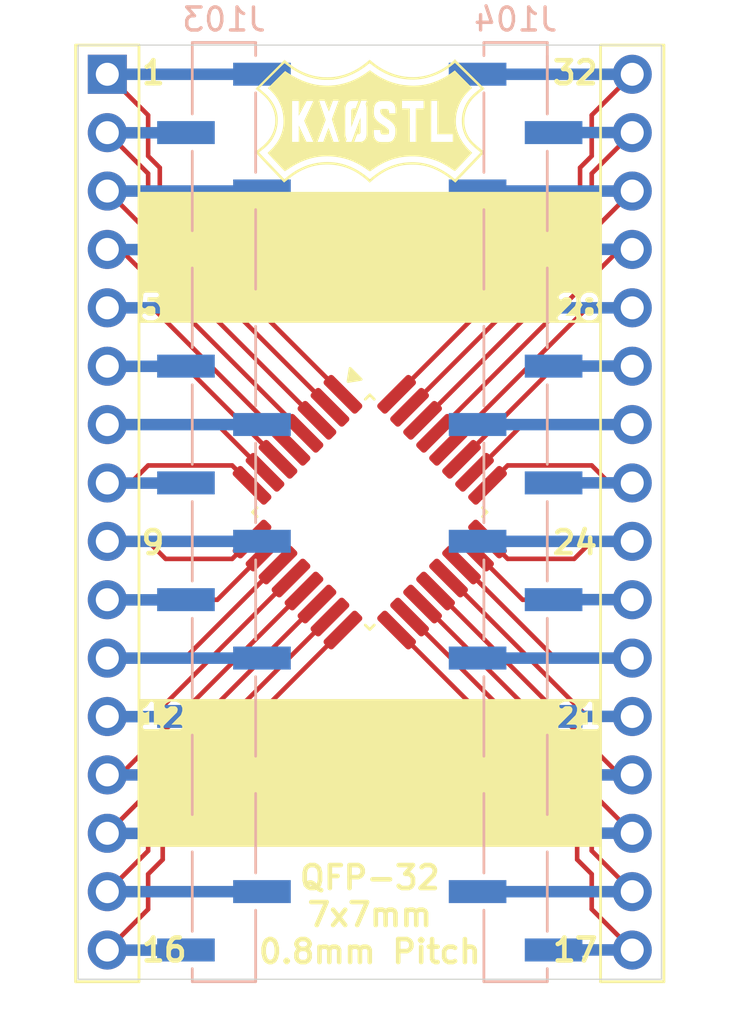
<source format=kicad_pcb>
(kicad_pcb (version 20241229) (generator "pcbnew") (generator_version "9.0")
  (layers (0 "F.Cu" signal) (2 "B.Cu" signal) (13 "F.Paste" user) (15 "B.Paste" user) (5 "F.SilkS" user "F.Silkscreen") (7 "B.SilkS" user "B.Silkscreen") (1 "F.Mask" user) (3 "B.Mask" user) (25 "Edge.Cuts" user))
  (net 0 "")
  (net 1 "/27")
  (net 2 "/10")
  (net 3 "/3")
  (net 4 "/6")
  (net 5 "/8")
  (net 6 "/1")
  (net 7 "/31")
  (net 8 "/7")
  (net 9 "/28")
  (net 10 "/2")
  (net 11 "/32")
  (net 12 "/24")
  (net 13 "/23")
  (net 14 "/19")
  (net 15 "/20")
  (net 16 "/18")
  (net 17 "/9")
  (net 18 "/14")
  (net 19 "/26")
  (net 20 "/21")
  (net 21 "/16")
  (net 22 "/29")
  (net 23 "/15")
  (net 24 "/25")
  (net 25 "/30")
  (net 26 "/17")
  (net 27 "/5")
  (net 28 "/4")
  (net 29 "/13")
  (net 30 "/12")
  (net 31 "/11")
  (net 32 "/22")
  (footprint "Package_QFP:TQFP-32_7x7mm_P0.8mm" (layer "F.Cu") (at 138.43 120.65 -45)
    (property "Reference" "U101" (hide yes))
    (property "Value" "QFN-48")
    (pad "1" smd roundrect (at -4.4525 -2.8 315) (size 2 0.55) (layers "F.Cu" "F.Mask" "F.Paste") (net 6 "/1"))
    (pad "2" smd roundrect (at -4.4525 -2.000001 315) (size 2 0.55) (layers "F.Cu" "F.Mask" "F.Paste") (net 10 "/2"))
    (pad "3" smd roundrect (at -4.4525 -1.2 315) (size 2 0.55) (layers "F.Cu" "F.Mask" "F.Paste") (net 3 "/3"))
    (pad "4" smd roundrect (at -4.4525 -0.4 315) (size 2 0.55) (layers "F.Cu" "F.Mask" "F.Paste") (net 28 "/4"))
    (pad "5" smd roundrect (at -4.4525 0.4 315) (size 2 0.55) (layers "F.Cu" "F.Mask" "F.Paste") (net 27 "/5"))
    (pad "6" smd roundrect (at -4.4525 1.2 315) (size 2 0.55) (layers "F.Cu" "F.Mask" "F.Paste") (net 4 "/6"))
    (pad "7" smd roundrect (at -4.4525 2.000001 315) (size 2 0.55) (layers "F.Cu" "F.Mask" "F.Paste") (net 8 "/7"))
    (pad "8" smd roundrect (at -4.4525 2.8 315) (size 2 0.55) (layers "F.Cu" "F.Mask" "F.Paste") (net 5 "/8"))
    (pad "9" smd roundrect (at -2.8 4.4525 315) (size 0.55 2) (layers "F.Cu" "F.Mask" "F.Paste") (net 17 "/9"))
    (pad "10" smd roundrect (at -2.000001 4.4525 315) (size 0.55 2) (layers "F.Cu" "F.Mask" "F.Paste") (net 2 "/10"))
    (pad "11" smd roundrect (at -1.2 4.4525 315) (size 0.55 2) (layers "F.Cu" "F.Mask" "F.Paste") (net 31 "/11"))
    (pad "12" smd roundrect (at -0.4 4.4525 315) (size 0.55 2) (layers "F.Cu" "F.Mask" "F.Paste") (net 30 "/12"))
    (pad "13" smd roundrect (at 0.4 4.4525 315) (size 0.55 2) (layers "F.Cu" "F.Mask" "F.Paste") (net 29 "/13"))
    (pad "14" smd roundrect (at 1.2 4.4525 315) (size 0.55 2) (layers "F.Cu" "F.Mask" "F.Paste") (net 18 "/14"))
    (pad "15" smd roundrect (at 2.000001 4.4525 315) (size 0.55 2) (layers "F.Cu" "F.Mask" "F.Paste") (net 23 "/15"))
    (pad "16" smd roundrect (at 2.8 4.4525 315) (size 0.55 2) (layers "F.Cu" "F.Mask" "F.Paste") (net 21 "/16"))
    (pad "17" smd roundrect (at 4.4525 2.8 315) (size 2 0.55) (layers "F.Cu" "F.Mask" "F.Paste") (net 26 "/17"))
    (pad "18" smd roundrect (at 4.4525 2.000001 315) (size 2 0.55) (layers "F.Cu" "F.Mask" "F.Paste") (net 16 "/18"))
    (pad "19" smd roundrect (at 4.4525 1.2 315) (size 2 0.55) (layers "F.Cu" "F.Mask" "F.Paste") (net 14 "/19"))
    (pad "20" smd roundrect (at 4.4525 0.4 315) (size 2 0.55) (layers "F.Cu" "F.Mask" "F.Paste") (net 15 "/20"))
    (pad "21" smd roundrect (at 4.4525 -0.4 315) (size 2 0.55) (layers "F.Cu" "F.Mask" "F.Paste") (net 20 "/21"))
    (pad "22" smd roundrect (at 4.4525 -1.2 315) (size 2 0.55) (layers "F.Cu" "F.Mask" "F.Paste") (net 32 "/22"))
    (pad "23" smd roundrect (at 4.4525 -2.000001 315) (size 2 0.55) (layers "F.Cu" "F.Mask" "F.Paste") (net 13 "/23"))
    (pad "24" smd roundrect (at 4.4525 -2.8 315) (size 2 0.55) (layers "F.Cu" "F.Mask" "F.Paste") (net 12 "/24"))
    (pad "25" smd roundrect (at 2.8 -4.4525 315) (size 0.55 2) (layers "F.Cu" "F.Mask" "F.Paste") (net 24 "/25"))
    (pad "26" smd roundrect (at 2.000001 -4.4525 315) (size 0.55 2) (layers "F.Cu" "F.Mask" "F.Paste") (net 19 "/26"))
    (pad "27" smd roundrect (at 1.2 -4.4525 315) (size 0.55 2) (layers "F.Cu" "F.Mask" "F.Paste") (net 1 "/27"))
    (pad "28" smd roundrect (at 0.4 -4.4525 315) (size 0.55 2) (layers "F.Cu" "F.Mask" "F.Paste") (net 9 "/28"))
    (pad "29" smd roundrect (at -0.4 -4.4525 315) (size 0.55 2) (layers "F.Cu" "F.Mask" "F.Paste") (net 22 "/29"))
    (pad "30" smd roundrect (at -1.2 -4.4525 315) (size 0.55 2) (layers "F.Cu" "F.Mask" "F.Paste") (net 25 "/30"))
    (pad "31" smd roundrect (at -2.000001 -4.4525 315) (size 0.55 2) (layers "F.Cu" "F.Mask" "F.Paste") (net 7 "/31"))
    (pad "32" smd roundrect (at -2.8 -4.4525 315) (size 0.55 2) (layers "F.Cu" "F.Mask" "F.Paste") (net 11 "/32"))
  )
  (footprint "Connector_PinHeader_2.54mm:PinHeader_1x16_P2.54mm_Vertical" (layer "F.Cu") (at 127 101.6)
    (property "Reference" "J101" (hide yes))
    (property "Value" "Conn_01x26")
    (pad "1" thru_hole rect (at 0 0) (size 1.7 1.7) (drill 1) (layers "*.Cu" "*.Mask") (net 6 "/1"))
    (pad "2" thru_hole circle (at 0 2.54) (size 1.7 1.7) (drill 1) (layers "*.Cu" "*.Mask") (net 10 "/2"))
    (pad "3" thru_hole circle (at 0 5.08) (size 1.7 1.7) (drill 1) (layers "*.Cu" "*.Mask") (net 3 "/3"))
    (pad "4" thru_hole circle (at 0 7.62) (size 1.7 1.7) (drill 1) (layers "*.Cu" "*.Mask") (net 28 "/4"))
    (pad "5" thru_hole circle (at 0 10.16) (size 1.7 1.7) (drill 1) (layers "*.Cu" "*.Mask") (net 27 "/5"))
    (pad "6" thru_hole circle (at 0 12.7) (size 1.7 1.7) (drill 1) (layers "*.Cu" "*.Mask") (net 4 "/6"))
    (pad "7" thru_hole circle (at 0 15.24) (size 1.7 1.7) (drill 1) (layers "*.Cu" "*.Mask") (net 8 "/7"))
    (pad "8" thru_hole circle (at 0 17.78) (size 1.7 1.7) (drill 1) (layers "*.Cu" "*.Mask") (net 5 "/8"))
    (pad "9" thru_hole circle (at 0 20.32) (size 1.7 1.7) (drill 1) (layers "*.Cu" "*.Mask") (net 17 "/9"))
    (pad "10" thru_hole circle (at 0 22.86) (size 1.7 1.7) (drill 1) (layers "*.Cu" "*.Mask") (net 2 "/10"))
    (pad "11" thru_hole circle (at 0 25.4) (size 1.7 1.7) (drill 1) (layers "*.Cu" "*.Mask") (net 31 "/11"))
    (pad "12" thru_hole circle (at 0 27.94) (size 1.7 1.7) (drill 1) (layers "*.Cu" "*.Mask") (net 30 "/12"))
    (pad "13" thru_hole circle (at 0 30.48) (size 1.7 1.7) (drill 1) (layers "*.Cu" "*.Mask") (net 29 "/13"))
    (pad "14" thru_hole circle (at 0 33.02) (size 1.7 1.7) (drill 1) (layers "*.Cu" "*.Mask") (net 18 "/14"))
    (pad "15" thru_hole circle (at 0 35.56) (size 1.7 1.7) (drill 1) (layers "*.Cu" "*.Mask") (net 23 "/15"))
    (pad "16" thru_hole circle (at 0 38.1) (size 1.7 1.7) (drill 1) (layers "*.Cu" "*.Mask") (net 21 "/16"))
  )
  (footprint "libraries:Logo_10mm_inv" (layer "F.Cu") (at 138.43 103.632)
    (property "Reference" "G***" (hide yes))
    (property "Value" "LOGO" (hide yes))
  )
  (footprint "Connector_PinHeader_2.54mm:PinHeader_1x16_P2.54mm_Vertical" (layer "F.Cu") (at 149.86 101.6)
    (property "Reference" "J102" (hide yes))
    (property "Value" "Conn_01x26")
    (pad "1" thru_hole circle (at 0 0) (size 1.7 1.7) (drill 1) (layers "*.Cu" "*.Mask") (net 11 "/32"))
    (pad "2" thru_hole circle (at 0 2.54) (size 1.7 1.7) (drill 1) (layers "*.Cu" "*.Mask") (net 7 "/31"))
    (pad "3" thru_hole circle (at 0 5.08) (size 1.7 1.7) (drill 1) (layers "*.Cu" "*.Mask") (net 25 "/30"))
    (pad "4" thru_hole circle (at 0 7.62) (size 1.7 1.7) (drill 1) (layers "*.Cu" "*.Mask") (net 22 "/29"))
    (pad "5" thru_hole circle (at 0 10.16) (size 1.7 1.7) (drill 1) (layers "*.Cu" "*.Mask") (net 9 "/28"))
    (pad "6" thru_hole circle (at 0 12.7) (size 1.7 1.7) (drill 1) (layers "*.Cu" "*.Mask") (net 1 "/27"))
    (pad "7" thru_hole circle (at 0 15.24) (size 1.7 1.7) (drill 1) (layers "*.Cu" "*.Mask") (net 19 "/26"))
    (pad "8" thru_hole circle (at 0 17.78) (size 1.7 1.7) (drill 1) (layers "*.Cu" "*.Mask") (net 24 "/25"))
    (pad "9" thru_hole circle (at 0 20.32) (size 1.7 1.7) (drill 1) (layers "*.Cu" "*.Mask") (net 12 "/24"))
    (pad "10" thru_hole circle (at 0 22.86) (size 1.7 1.7) (drill 1) (layers "*.Cu" "*.Mask") (net 13 "/23"))
    (pad "11" thru_hole circle (at 0 25.4) (size 1.7 1.7) (drill 1) (layers "*.Cu" "*.Mask") (net 32 "/22"))
    (pad "12" thru_hole circle (at 0 27.94) (size 1.7 1.7) (drill 1) (layers "*.Cu" "*.Mask") (net 20 "/21"))
    (pad "13" thru_hole circle (at 0 30.48) (size 1.7 1.7) (drill 1) (layers "*.Cu" "*.Mask") (net 15 "/20"))
    (pad "14" thru_hole circle (at 0 33.02) (size 1.7 1.7) (drill 1) (layers "*.Cu" "*.Mask") (net 14 "/19"))
    (pad "15" thru_hole circle (at 0 35.56) (size 1.7 1.7) (drill 1) (layers "*.Cu" "*.Mask") (net 16 "/18"))
    (pad "16" thru_hole circle (at 0 38.1) (size 1.7 1.7) (drill 1) (layers "*.Cu" "*.Mask") (net 26 "/17"))
  )
  (footprint "Connector_PinHeader_2.54mm:PinHeader_1x16_P2.54mm_Vertical_SMD_Pin1Left" (layer "B.Cu") (at 132.08 120.646642 180)
    (property "Reference" "J103" (at 0 21.43 0) (layer "B.SilkS") (effects (justify mirror)))
    (property "Value" "Conn_01x26")
    (pad "1" smd rect (at -1.655 19.05 180) (size 2.51 1) (layers "B.Cu" "B.Mask" "B.Paste") (net 6 "/1"))
    (pad "2" smd rect (at 1.655 16.51 180) (size 2.51 1) (layers "B.Cu" "B.Mask" "B.Paste") (net 10 "/2"))
    (pad "3" smd rect (at -1.655 13.97 180) (size 2.51 1) (layers "B.Cu" "B.Mask" "B.Paste") (net 3 "/3"))
    (pad "4" smd rect (at 1.655 11.43 180) (size 2.51 1) (layers "B.Cu" "B.Mask" "B.Paste") (net 28 "/4"))
    (pad "5" smd rect (at -1.655 8.89 180) (size 2.51 1) (layers "B.Cu" "B.Mask" "B.Paste") (net 27 "/5"))
    (pad "6" smd rect (at 1.655 6.35 180) (size 2.51 1) (layers "B.Cu" "B.Mask" "B.Paste") (net 4 "/6"))
    (pad "7" smd rect (at -1.655 3.81 180) (size 2.51 1) (layers "B.Cu" "B.Mask" "B.Paste") (net 8 "/7"))
    (pad "8" smd rect (at 1.655 1.27 180) (size 2.51 1) (layers "B.Cu" "B.Mask" "B.Paste") (net 5 "/8"))
    (pad "9" smd rect (at -1.655 -1.27 180) (size 2.51 1) (layers "B.Cu" "B.Mask" "B.Paste") (net 17 "/9"))
    (pad "10" smd rect (at 1.655 -3.81 180) (size 2.51 1) (layers "B.Cu" "B.Mask" "B.Paste") (net 2 "/10"))
    (pad "11" smd rect (at -1.655 -6.35 180) (size 2.51 1) (layers "B.Cu" "B.Mask" "B.Paste") (net 31 "/11"))
    (pad "12" smd rect (at 1.655 -8.89 180) (size 2.51 1) (layers "B.Cu" "B.Mask" "B.Paste") (net 30 "/12"))
    (pad "13" smd rect (at -1.655 -11.43 180) (size 2.51 1) (layers "B.Cu" "B.Mask" "B.Paste") (net 29 "/13"))
    (pad "14" smd rect (at 1.655 -13.97 180) (size 2.51 1) (layers "B.Cu" "B.Mask" "B.Paste") (net 18 "/14"))
    (pad "15" smd rect (at -1.655 -16.51 180) (size 2.51 1) (layers "B.Cu" "B.Mask" "B.Paste") (net 23 "/15"))
    (pad "16" smd rect (at 1.655 -19.05 180) (size 2.51 1) (layers "B.Cu" "B.Mask" "B.Paste") (net 21 "/16"))
  )
  (footprint "Connector_PinHeader_2.54mm:PinHeader_1x16_P2.54mm_Vertical_SMD_Pin1Right" (layer "B.Cu") (at 144.78 120.646642 180)
    (property "Reference" "J104" (at 0 21.43 0) (layer "B.SilkS") (effects (justify mirror)))
    (property "Value" "Conn_01x26")
    (pad "1" smd rect (at 1.655 19.05 180) (size 2.51 1) (layers "B.Cu" "B.Mask" "B.Paste") (net 11 "/32"))
    (pad "2" smd rect (at -1.655 16.51 180) (size 2.51 1) (layers "B.Cu" "B.Mask" "B.Paste") (net 7 "/31"))
    (pad "3" smd rect (at 1.655 13.97 180) (size 2.51 1) (layers "B.Cu" "B.Mask" "B.Paste") (net 25 "/30"))
    (pad "4" smd rect (at -1.655 11.43 180) (size 2.51 1) (layers "B.Cu" "B.Mask" "B.Paste") (net 22 "/29"))
    (pad "5" smd rect (at 1.655 8.89 180) (size 2.51 1) (layers "B.Cu" "B.Mask" "B.Paste") (net 9 "/28"))
    (pad "6" smd rect (at -1.655 6.35 180) (size 2.51 1) (layers "B.Cu" "B.Mask" "B.Paste") (net 1 "/27"))
    (pad "7" smd rect (at 1.655 3.81 180) (size 2.51 1) (layers "B.Cu" "B.Mask" "B.Paste") (net 19 "/26"))
    (pad "8" smd rect (at -1.655 1.27 180) (size 2.51 1) (layers "B.Cu" "B.Mask" "B.Paste") (net 24 "/25"))
    (pad "9" smd rect (at 1.655 -1.27 180) (size 2.51 1) (layers "B.Cu" "B.Mask" "B.Paste") (net 12 "/24"))
    (pad "10" smd rect (at -1.655 -3.81 180) (size 2.51 1) (layers "B.Cu" "B.Mask" "B.Paste") (net 13 "/23"))
    (pad "11" smd rect (at 1.655 -6.35 180) (size 2.51 1) (layers "B.Cu" "B.Mask" "B.Paste") (net 32 "/22"))
    (pad "12" smd rect (at -1.655 -8.89 180) (size 2.51 1) (layers "B.Cu" "B.Mask" "B.Paste") (net 20 "/21"))
    (pad "13" smd rect (at 1.655 -11.43 180) (size 2.51 1) (layers "B.Cu" "B.Mask" "B.Paste") (net 15 "/20"))
    (pad "14" smd rect (at -1.655 -13.97 180) (size 2.51 1) (layers "B.Cu" "B.Mask" "B.Paste") (net 14 "/19"))
    (pad "15" smd rect (at 1.655 -16.51 180) (size 2.51 1) (layers "B.Cu" "B.Mask" "B.Paste") (net 16 "/18"))
    (pad "16" smd rect (at -1.655 -19.05 180) (size 2.51 1) (layers "B.Cu" "B.Mask" "B.Paste") (net 26 "/17"))
  )
  (gr_rect (start 129.377 108.1456) (end 146.493 112.36) (stroke (width 0.1)) (fill yes) (layer "F.SilkS"))
  (gr_rect (start 130.382 128.832239) (end 146.551382 130.5687) (stroke (width 0.1)) (fill yes) (layer "F.SilkS"))
  (gr_rect (start 128.374 130.2) (end 148.43 134.271) (stroke (width 0.1)) (fill yes) (layer "F.SilkS"))
  (gr_rect (start 128.374 130.581) (end 148.44 135.161) (stroke (width 0.1)) (fill yes) (layer "F.SilkS"))
  (gr_rect (start 128.40935 106.767) (end 148.47535 111.038) (stroke (width 0.1)) (fill yes) (layer "F.SilkS"))
  (gr_rect (start 125.73 100.33) (end 151.13 140.97) (stroke (width 0.05)) (fill no) (layer "Edge.Cuts"))
  (gr_text "24" (at 148.446 121.976642 0) (layer "F.SilkS") (effects (font (size 1 1) (thickness 0.2) (bold yes)) (justify right)))
  (gr_text "32" (at 148.463 101.536375 0) (layer "F.SilkS") (effects (font (size 1 1) (thickness 0.2) (bold yes)) (justify right)))
  (gr_text "21" (at 148.63 129.54 0) (layer "F.SilkS" knockout) (effects (font (size 1 1) (thickness 0.2) (bold yes)) (justify right)))
  (gr_text "17" (at 148.463 139.7 0) (layer "F.SilkS") (effects (font (size 1 1) (thickness 0.2) (bold yes)) (justify right)))
  (gr_text "28" (at 148.6 111.75 0) (layer "F.SilkS" knockout) (effects (font (size 1 1) (thickness 0.2) (bold yes)) (justify right)))
  (gr_text "QFP-32\n7x7mm\n0.8mm Pitch" (at 138.43 140.354569 0) (layer "F.SilkS") (effects (font (size 1 1) (thickness 0.2) (bold yes)) (justify bottom)))
  (gr_text "12" (at 128.32 129.54 0) (layer "F.SilkS" knockout) (effects (font (size 1 1) (thickness 0.2) (bold yes)) (justify left)))
  (gr_text "5" (at 128.3 111.75 0) (layer "F.SilkS" knockout) (effects (font (size 1 1) (thickness 0.2) (bold yes)) (justify left)))
  (gr_text "9" (at 128.38 121.976642 0) (layer "F.SilkS") (effects (font (size 1 1) (thickness 0.2) (bold yes)) (justify left)))
  (gr_text "1" (at 128.397 101.536375 0) (layer "F.SilkS") (effects (font (size 1 1) (thickness 0.2) (bold yes)) (justify left)))
  (gr_text "16" (at 128.397 139.7 0) (layer "F.SilkS") (effects (font (size 1 1) (thickness 0.2) (bold yes)) (justify left)))
  (segment (start 142.440432 118.348633) (end 146.488925 114.30014) (width 0.2) (layer "F.Cu") (net 1))
  (segment (start 146.488925 114.30014) (end 149.873511 114.30014) (width 0.2) (layer "F.Cu") (net 1))
  (segment (start 149.864999 114.295001) (end 146.444999 114.295001) (width 0.5) (layer "B.Cu") (net 1))
  (segment (start 146.444999 114.295001) (end 146.439999 114.300001) (width 0.5) (layer "B.Cu") (net 1))
  (segment (start 133.867393 122.384179) (end 131.78993 124.461642) (width 0.2) (layer "F.Cu") (net 2))
  (segment (start 131.78993 124.461642) (end 127 124.461642) (width 0.2) (layer "F.Cu") (net 2))
  (segment (start 130.425 124.465) (end 127.005 124.465) (width 0.5) (layer "B.Cu") (net 2))
  (segment (start 128.778 109.300944) (end 128.778 108.459642) (width 0.2) (layer "F.Cu") (net 3))
  (segment (start 136.130135 116.653079) (end 128.778 109.300944) (width 0.2) (layer "F.Cu") (net 3))
  (segment (start 127 106.681642) (end 128.778 108.459642) (width 0.2) (layer "F.Cu") (net 3))
  (segment (start 127.005 106.676642) (end 127 106.681642) (width 0.5) (layer "B.Cu") (net 3))
  (segment (start 127 106.68) (end 133.73 106.68) (width 0.5) (layer "B.Cu") (net 3))
  (segment (start 134.433079 118.350135) (end 130.384586 114.301642) (width 0.2) (layer "F.Cu") (net 4))
  (segment (start 130.384586 114.301642) (end 127 114.301642) (width 0.2) (layer "F.Cu") (net 4))
  (segment (start 130.425 114.304999) (end 127.005 114.305) (width 0.5) (layer "B.Cu") (net 4))
  (segment (start 128.014358 119.381642) (end 127 119.381642) (width 0.2) (layer "F.Cu") (net 5))
  (segment (start 132.438202 118.618) (end 128.778 118.618) (width 0.2) (layer "F.Cu") (net 5))
  (segment (start 128.778 118.618) (end 128.014358 119.381642) (width 0.2) (layer "F.Cu") (net 5))
  (segment (start 133.301708 119.481506) (end 132.438202 118.618) (width 0.2) (layer "F.Cu") (net 5))
  (segment (start 130.425 119.385) (end 127.005 119.385) (width 0.5) (layer "B.Cu") (net 5))
  (segment (start 137.261506 115.521708) (end 129.286 107.546202) (width 0.2) (layer "F.Cu") (net 6))
  (segment (start 129.286 107.546202) (end 129.286 105.664) (width 0.2) (layer "F.Cu") (net 6))
  (segment (start 128.778 103.379642) (end 127 101.601642) (width 0.2) (layer "F.Cu") (net 6))
  (segment (start 129.286 105.664) (end 128.778 105.156) (width 0.2) (layer "F.Cu") (net 6))
  (segment (start 128.778 105.156) (end 128.778 103.379642) (width 0.2) (layer "F.Cu") (net 6))
  (segment (start 127.005 101.596642) (end 127 101.601642) (width 0.5) (layer "B.Cu") (net 6))
  (segment (start 127 101.6) (end 133.73 101.6) (width 0.5) (layer "B.Cu") (net 6))
  (segment (start 147.587511 108.67607) (end 147.587511 108.202498) (width 0.2) (layer "F.Cu") (net 7))
  (segment (start 148.095511 107.694498) (end 148.095511 105.91814) (width 0.2) (layer "F.Cu") (net 7))
  (segment (start 140.17769 116.085891) (end 147.587511 108.67607) (width 0.2) (layer "F.Cu") (net 7))
  (segment (start 148.095511 105.91814) (end 149.873511 104.14014) (width 0.2) (layer "F.Cu") (net 7))
  (segment (start 147.587511 108.202498) (end 148.095511 107.694498) (width 0.2) (layer "F.Cu") (net 7))
  (segment (start 146.444999 104.135) (end 146.439999 104.14) (width 0.5) (layer "B.Cu") (net 7))
  (segment (start 149.864999 104.135) (end 146.444999 104.135) (width 0.5) (layer "B.Cu") (net 7))
  (segment (start 133.867393 118.915821) (end 131.793214 116.841642) (width 0.2) (layer "F.Cu") (net 8))
  (segment (start 131.793214 116.841642) (end 127 116.841642) (width 0.2) (layer "F.Cu") (net 8))
  (segment (start 127 116.84) (end 133.73 116.84) (width 0.5) (layer "B.Cu") (net 8))
  (segment (start 127.005 116.836642) (end 127 116.841642) (width 0.5) (layer "B.Cu") (net 8))
  (segment (start 141.874747 117.782948) (end 147.897555 111.76014) (width 0.2) (layer "F.Cu") (net 9))
  (segment (start 147.897555 111.76014) (end 149.873511 111.76014) (width 0.2) (layer "F.Cu") (net 9))
  (segment (start 143.129999 111.76) (end 149.859999 111.759999) (width 0.5) (layer "B.Cu") (net 9))
  (segment (start 149.859999 111.759999) (end 149.864999 111.754999) (width 0.5) (layer "B.Cu") (net 9))
  (segment (start 136.695821 116.087393) (end 129.286 108.677572) (width 0.2) (layer "F.Cu") (net 10))
  (segment (start 128.778 107.696) (end 128.778 105.919642) (width 0.2) (layer "F.Cu") (net 10))
  (segment (start 129.286 108.204) (end 128.778 107.696) (width 0.2) (layer "F.Cu") (net 10))
  (segment (start 129.286 108.677572) (end 129.286 108.204) (width 0.2) (layer "F.Cu") (net 10))
  (segment (start 128.778 105.919642) (end 127 104.141642) (width 0.2) (layer "F.Cu") (net 10))
  (segment (start 130.424999 104.145) (end 127.005 104.145) (width 0.5) (layer "B.Cu") (net 10))
  (segment (start 148.095511 103.37814) (end 149.873511 101.60014) (width 0.2) (layer "F.Cu") (net 11))
  (segment (start 147.587511 105.662498) (end 148.095511 105.154498) (width 0.2) (layer "F.Cu") (net 11))
  (segment (start 147.587511 107.5447) (end 147.587511 105.662498) (width 0.2) (layer "F.Cu") (net 11))
  (segment (start 148.095511 105.154498) (end 148.095511 103.37814) (width 0.2) (layer "F.Cu") (net 11))
  (segment (start 139.612005 115.520206) (end 147.587511 107.5447) (width 0.2) (layer "F.Cu") (net 11))
  (segment (start 143.129999 101.6) (end 149.86 101.6) (width 0.5) (layer "B.Cu") (net 11))
  (segment (start 149.86 101.6) (end 149.865 101.595) (width 0.5) (layer "B.Cu") (net 11))
  (segment (start 148.095511 121.918498) (end 149.871869 121.918498) (width 0.2) (layer "F.Cu") (net 12))
  (segment (start 147.333511 122.680498) (end 148.095511 121.918498) (width 0.2) (layer "F.Cu") (net 12))
  (segment (start 149.871869 121.918498) (end 149.873511 121.92014) (width 0.2) (layer "F.Cu") (net 12))
  (segment (start 144.435309 122.680498) (end 147.333511 122.680498) (width 0.2) (layer "F.Cu") (net 12))
  (segment (start 143.571803 121.816992) (end 144.435309 122.680498) (width 0.2) (layer "F.Cu") (net 12))
  (segment (start 143.129999 121.92) (end 149.859999 121.92) (width 0.5) (layer "B.Cu") (net 12))
  (segment (start 149.859999 121.92) (end 149.864999 121.915) (width 0.5) (layer "B.Cu") (net 12))
  (segment (start 145.083581 124.46014) (end 149.873511 124.46014) (width 0.2) (layer "F.Cu") (net 13))
  (segment (start 143.006118 122.382677) (end 145.083581 124.46014) (width 0.2) (layer "F.Cu") (net 13))
  (segment (start 146.444998 124.455) (end 146.439998 124.46) (width 0.5) (layer "B.Cu") (net 13))
  (segment (start 149.865 124.455) (end 146.444998 124.455) (width 0.5) (layer "B.Cu") (net 13))
  (segment (start 148.095511 131.997554) (end 148.095511 132.84214) (width 0.2) (layer "F.Cu") (net 14))
  (segment (start 140.743376 124.645419) (end 148.095511 131.997554) (width 0.2) (layer "F.Cu") (net 14))
  (segment (start 148.095511 132.84214) (end 149.873511 134.62014) (width 0.2) (layer "F.Cu") (net 14))
  (segment (start 149.864999 134.614999) (end 146.444999 134.614999) (width 0.5) (layer "B.Cu") (net 14))
  (segment (start 146.444999 134.614999) (end 146.439998 134.62) (width 0.5) (layer "B.Cu") (net 14))
  (segment (start 149.309467 132.08014) (end 149.873511 132.08014) (width 0.2) (layer "F.Cu") (net 15))
  (segment (start 141.309061 124.079734) (end 149.309467 132.08014) (width 0.2) (layer "F.Cu") (net 15))
  (segment (start 149.859999 132.08) (end 149.864999 132.075) (width 0.5) (layer "B.Cu") (net 15))
  (segment (start 143.129999 132.08) (end 149.859999 132.08) (width 0.5) (layer "B.Cu") (net 15))
  (segment (start 147.460511 132.493926) (end 147.460511 133.475498) (width 0.2) (layer "F.Cu") (net 16))
  (segment (start 140.17769 125.211105) (end 147.460511 132.493926) (width 0.2) (layer "F.Cu") (net 16))
  (segment (start 148.095511 134.110498) (end 148.095511 135.38214) (width 0.2) (layer "F.Cu") (net 16))
  (segment (start 148.095511 135.38214) (end 149.873511 137.16014) (width 0.2) (layer "F.Cu") (net 16))
  (segment (start 147.460511 133.475498) (end 148.095511 134.110498) (width 0.2) (layer "F.Cu") (net 16))
  (segment (start 143.129999 137.16) (end 149.859999 137.16) (width 0.5) (layer "B.Cu") (net 16))
  (segment (start 149.859999 137.16) (end 149.864999 137.155001) (width 0.5) (layer "B.Cu") (net 16))
  (segment (start 129.54 122.682) (end 128.778 121.92) (width 0.2) (layer "F.Cu") (net 17))
  (segment (start 132.438202 122.682) (end 129.54 122.682) (width 0.2) (layer "F.Cu") (net 17))
  (segment (start 133.301708 121.818494) (end 132.438202 122.682) (width 0.2) (layer "F.Cu") (net 17))
  (segment (start 128.778 121.92) (end 127.001642 121.92) (width 0.2) (layer "F.Cu") (net 17))
  (segment (start 127.001642 121.92) (end 127 121.921642) (width 0.2) (layer "F.Cu") (net 17))
  (segment (start 127 121.92) (end 133.73 121.92) (width 0.5) (layer "B.Cu") (net 17))
  (segment (start 127.005 121.916642) (end 127 121.921642) (width 0.5) (layer "B.Cu") (net 17))
  (segment (start 136.130135 124.646921) (end 128.778 131.999056) (width 0.2) (layer "F.Cu") (net 18))
  (segment (start 128.778 132.843642) (end 127 134.621642) (width 0.2) (layer "F.Cu") (net 18))
  (segment (start 128.778 131.999056) (end 128.778 132.843642) (width 0.2) (layer "F.Cu") (net 18))
  (segment (start 130.425 134.625) (end 127.005 134.625) (width 0.5) (layer "B.Cu") (net 18))
  (segment (start 143.006118 118.914319) (end 145.080297 116.84014) (width 0.2) (layer "F.Cu") (net 19))
  (segment (start 145.080297 116.84014) (end 149.873511 116.84014) (width 0.2) (layer "F.Cu") (net 19))
  (segment (start 143.129999 116.839999) (end 149.859999 116.84) (width 0.5) (layer "B.Cu") (net 19))
  (segment (start 149.859999 116.84) (end 149.864999 116.835) (width 0.5) (layer "B.Cu") (net 19))
  (segment (start 141.874747 123.514048) (end 147.900839 129.54014) (width 0.2) (layer "F.Cu") (net 20))
  (segment (start 147.900839 129.54014) (end 149.873511 129.54014) (width 0.2) (layer "F.Cu") (net 20))
  (segment (start 149.864999 129.535) (end 146.444999 129.535) (width 0.5) (layer "B.Cu") (net 20))
  (segment (start 146.444999 129.535) (end 146.439999 129.54) (width 0.5) (layer "B.Cu") (net 20))
  (segment (start 129.413 135.763) (end 128.778 136.398) (width 0.2) (layer "F.Cu") (net 21))
  (segment (start 137.261506 125.778292) (end 130.048 132.991798) (width 0.2) (layer "F.Cu") (net 21))
  (segment (start 128.778 136.398) (end 128.778 137.923642) (width 0.2) (layer "F.Cu") (net 21))
  (segment (start 128.778 137.923642) (end 127 139.701642) (width 0.2) (layer "F.Cu") (net 21))
  (segment (start 129.413 134.366) (end 129.413 135.763) (width 0.2) (layer "F.Cu") (net 21))
  (segment (start 130.048 133.731) (end 129.413 134.366) (width 0.2) (layer "F.Cu") (net 21))
  (segment (start 130.048 132.991798) (end 130.048 133.731) (width 0.2) (layer "F.Cu") (net 21))
  (segment (start 130.425 139.705001) (end 127.005 139.705) (width 0.5) (layer "B.Cu") (net 21))
  (segment (start 141.309061 117.217262) (end 149.306183 109.22014) (width 0.2) (layer "F.Cu") (net 22))
  (segment (start 149.306183 109.22014) (end 149.873511 109.22014) (width 0.2) (layer "F.Cu") (net 22))
  (segment (start 149.864999 109.215) (end 146.444999 109.215) (width 0.5) (layer "B.Cu") (net 22))
  (segment (start 146.444999 109.215) (end 146.439999 109.22) (width 0.5) (layer "B.Cu") (net 22))
  (segment (start 129.413 133.477) (end 128.778 134.112) (width 0.2) (layer "F.Cu") (net 23))
  (segment (start 129.413 132.495428) (end 129.413 133.477) (width 0.2) (layer "F.Cu") (net 23))
  (segment (start 128.778 135.383642) (end 127 137.161642) (width 0.2) (layer "F.Cu") (net 23))
  (segment (start 136.695821 125.212607) (end 129.413 132.495428) (width 0.2) (layer "F.Cu") (net 23))
  (segment (start 128.778 134.112) (end 128.778 135.383642) (width 0.2) (layer "F.Cu") (net 23))
  (segment (start 127 137.16) (end 133.73 137.16) (width 0.5) (layer "B.Cu") (net 23))
  (segment (start 127.005 137.156642) (end 127 137.161642) (width 0.5) (layer "B.Cu") (net 23))
  (segment (start 148.859153 119.38014) (end 149.873511 119.38014) (width 0.2) (layer "F.Cu") (net 24))
  (segment (start 144.435309 118.616498) (end 148.095511 118.616498) (width 0.2) (layer "F.Cu") (net 24))
  (segment (start 143.571803 119.480004) (end 144.435309 118.616498) (width 0.2) (layer "F.Cu") (net 24))
  (segment (start 148.095511 118.616498) (end 148.859153 119.38014) (width 0.2) (layer "F.Cu") (net 24))
  (segment (start 146.444999 119.375) (end 146.439999 119.38) (width 0.5) (layer "B.Cu") (net 24))
  (segment (start 149.864999 119.375) (end 146.444999 119.375) (width 0.5) (layer "B.Cu") (net 24))
  (segment (start 149.873511 106.68014) (end 148.095511 108.45814) (width 0.2) (layer "F.Cu") (net 25))
  (segment (start 140.743376 116.651577) (end 148.095511 109.299442) (width 0.2) (layer "F.Cu") (net 25))
  (segment (start 148.095511 109.299442) (end 148.095511 108.45814) (width 0.2) (layer "F.Cu") (net 25))
  (segment (start 143.129998 106.68) (end 149.859999 106.68) (width 0.5) (layer "B.Cu") (net 25))
  (segment (start 149.859999 106.68) (end 149.864999 106.675) (width 0.5) (layer "B.Cu") (net 25))
  (segment (start 139.612005 125.77679) (end 146.825511 132.990296) (width 0.2) (layer "F.Cu") (net 26))
  (segment (start 147.460511 134.364498) (end 147.460511 135.761498) (width 0.2) (layer "F.Cu") (net 26))
  (segment (start 148.095511 136.396498) (end 148.095511 137.92214) (width 0.2) (layer "F.Cu") (net 26))
  (segment (start 146.825511 132.990296) (end 146.825511 133.729498) (width 0.2) (layer "F.Cu") (net 26))
  (segment (start 146.825511 133.729498) (end 147.460511 134.364498) (width 0.2) (layer "F.Cu") (net 26))
  (segment (start 147.460511 135.761498) (end 148.095511 136.396498) (width 0.2) (layer "F.Cu") (net 26))
  (segment (start 148.095511 137.92214) (end 149.873511 139.70014) (width 0.2) (layer "F.Cu") (net 26))
  (segment (start 149.864999 139.695) (end 146.444999 139.695) (width 0.5) (layer "B.Cu") (net 26))
  (segment (start 146.444999 139.695) (end 146.439999 139.7) (width 0.5) (layer "B.Cu") (net 26))
  (segment (start 134.998764 117.78445) (end 128.975956 111.761642) (width 0.2) (layer "F.Cu") (net 27))
  (segment (start 128.975956 111.761642) (end 127 111.761642) (width 0.2) (layer "F.Cu") (net 27))
  (segment (start 127 111.76) (end 133.73 111.76) (width 0.5) (layer "B.Cu") (net 27))
  (segment (start 127.005 111.756642) (end 127 111.761642) (width 0.5) (layer "B.Cu") (net 27))
  (segment (start 135.56445 117.218764) (end 127.567328 109.221642) (width 0.2) (layer "F.Cu") (net 28))
  (segment (start 127.567328 109.221642) (end 127 109.221642) (width 0.2) (layer "F.Cu") (net 28))
  (segment (start 130.425 109.225) (end 127.005 109.225) (width 0.5) (layer "B.Cu") (net 28))
  (segment (start 135.56445 124.081236) (end 127.564044 132.081642) (width 0.2) (layer "F.Cu") (net 29))
  (segment (start 127.564044 132.081642) (end 127 132.081642) (width 0.2) (layer "F.Cu") (net 29))
  (segment (start 127.005 132.076642) (end 127 132.081642) (width 0.5) (layer "B.Cu") (net 29))
  (segment (start 127 132.08) (end 133.73 132.08) (width 0.5) (layer "B.Cu") (net 29))
  (segment (start 128.972672 129.541642) (end 127 129.541642) (width 0.2) (layer "F.Cu") (net 30))
  (segment (start 134.998764 123.51555) (end 128.972672 129.541642) (width 0.2) (layer "F.Cu") (net 30))
  (segment (start 130.425 129.545) (end 127.005 129.545) (width 0.5) (layer "B.Cu") (net 30))
  (segment (start 130.381302 127.001642) (end 127 127.001642) (width 0.2) (layer "F.Cu") (net 31))
  (segment (start 134.433079 122.949865) (end 130.381302 127.001642) (width 0.2) (layer "F.Cu") (net 31))
  (segment (start 127 127) (end 133.73 127) (width 0.5) (layer "B.Cu") (net 31))
  (segment (start 127.005 126.996642) (end 127 127.001642) (width 0.5) (layer "B.Cu") (net 31))
  (segment (start 146.492209 127.00014) (end 149.873511 127.00014) (width 0.2) (layer "F.Cu") (net 32))
  (segment (start 142.440432 122.948363) (end 146.492209 127.00014) (width 0.2) (layer "F.Cu") (net 32))
  (segment (start 143.129999 127) (end 149.859999 127) (width 0.5) (layer "B.Cu") (net 32))
  (segment (start 149.859999 127) (end 149.864999 126.995) (width 0.5) (layer "B.Cu") (net 32))
)
</source>
